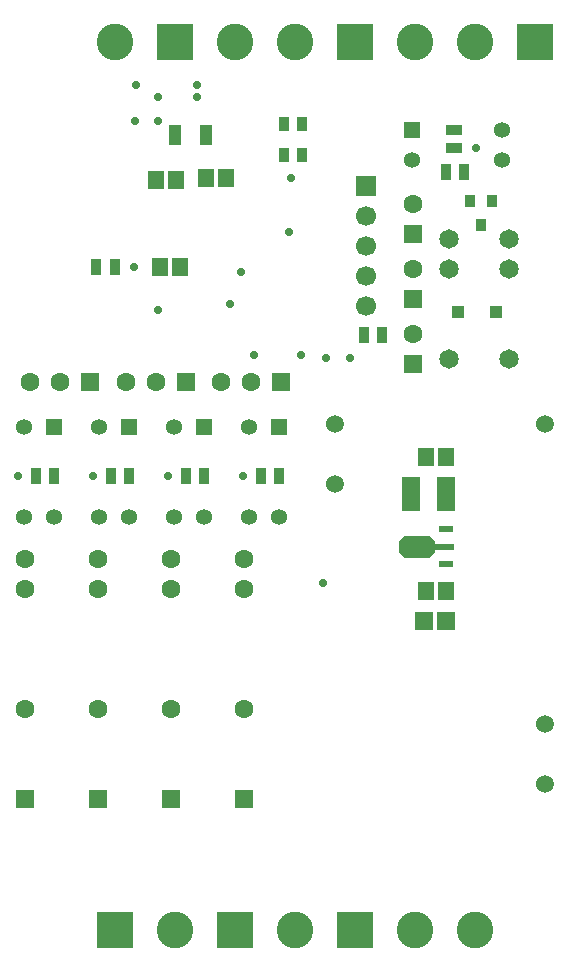
<source format=gbs>
G04*
G04 #@! TF.GenerationSoftware,Altium Limited,Altium Designer,20.1.8 (145)*
G04*
G04 Layer_Color=16711935*
%FSLAX25Y25*%
%MOIN*%
G70*
G04*
G04 #@! TF.SameCoordinates,C1F37BB6-5B76-4B97-91C3-AF8EDC61D9EA*
G04*
G04*
G04 #@! TF.FilePolarity,Negative*
G04*
G01*
G75*
%ADD13R,0.06299X0.06299*%
%ADD14C,0.06299*%
%ADD15C,0.05354*%
%ADD16R,0.05354X0.05354*%
%ADD17C,0.05994*%
%ADD18C,0.06496*%
%ADD19R,0.12205X0.12205*%
%ADD20C,0.12205*%
%ADD21R,0.06299X0.06299*%
%ADD22C,0.06331*%
%ADD23R,0.06331X0.06331*%
%ADD24R,0.05354X0.05354*%
%ADD25C,0.06693*%
%ADD26R,0.06693X0.06693*%
%ADD27C,0.02756*%
%ADD48R,0.03378X0.04969*%
%ADD59R,0.03772X0.05363*%
%ADD60R,0.03543X0.03937*%
%ADD61R,0.03937X0.04134*%
%ADD62R,0.04158X0.06922*%
%ADD63R,0.05315X0.06102*%
%ADD64R,0.05363X0.03772*%
%ADD65R,0.05906X0.06299*%
%ADD66R,0.05906X0.11417*%
G04:AMPARAMS|DCode=67|XSize=74.8mil|YSize=122.05mil|CornerRadius=0mil|HoleSize=0mil|Usage=FLASHONLY|Rotation=90.000|XOffset=0mil|YOffset=0mil|HoleType=Round|Shape=Octagon|*
%AMOCTAGOND67*
4,1,8,-0.06102,-0.01870,-0.06102,0.01870,-0.04232,0.03740,0.04232,0.03740,0.06102,0.01870,0.06102,-0.01870,0.04232,-0.03740,-0.04232,-0.03740,-0.06102,-0.01870,0.0*
%
%ADD67OCTAGOND67*%

%ADD68R,0.06693X0.02362*%
%ADD69R,0.05118X0.02362*%
D13*
X136927Y231683D02*
D03*
Y253471D02*
D03*
Y209895D02*
D03*
D14*
Y241683D02*
D03*
Y263471D02*
D03*
Y219895D02*
D03*
X83027Y204057D02*
D03*
X73027D02*
D03*
X41239D02*
D03*
X51239D02*
D03*
X19451D02*
D03*
X9451D02*
D03*
D15*
X166500Y288000D02*
D03*
X136500Y278000D02*
D03*
X166500D02*
D03*
X82339Y158875D02*
D03*
Y188875D02*
D03*
X92339Y158875D02*
D03*
X57339D02*
D03*
Y188875D02*
D03*
X67339Y158875D02*
D03*
X7339D02*
D03*
X32339D02*
D03*
Y188875D02*
D03*
X7339D02*
D03*
X42339Y158875D02*
D03*
X17339D02*
D03*
D16*
X136500Y288000D02*
D03*
D17*
X180922Y190000D02*
D03*
X110922D02*
D03*
Y170000D02*
D03*
X180922Y70000D02*
D03*
Y90000D02*
D03*
D18*
X168822Y241841D02*
D03*
X148822D02*
D03*
Y211841D02*
D03*
Y251841D02*
D03*
X168822D02*
D03*
Y211841D02*
D03*
D19*
X177500Y317500D02*
D03*
X117500D02*
D03*
X57500D02*
D03*
X117500Y21500D02*
D03*
X37500D02*
D03*
X77500D02*
D03*
D20*
X137500Y317500D02*
D03*
X157500D02*
D03*
X77500D02*
D03*
X97500D02*
D03*
X37500D02*
D03*
X157500Y21500D02*
D03*
X137500D02*
D03*
X57500D02*
D03*
X97500D02*
D03*
D21*
X93028Y204057D02*
D03*
X61239D02*
D03*
X29451D02*
D03*
D22*
X80500Y145000D02*
D03*
Y135000D02*
D03*
Y95000D02*
D03*
X56180D02*
D03*
Y135000D02*
D03*
Y145000D02*
D03*
X31860Y95000D02*
D03*
Y135000D02*
D03*
Y145000D02*
D03*
X7540D02*
D03*
Y135000D02*
D03*
Y95000D02*
D03*
D23*
X80500Y65000D02*
D03*
X56180D02*
D03*
X31860D02*
D03*
X7540D02*
D03*
D24*
X92339Y188875D02*
D03*
X67339D02*
D03*
X17339D02*
D03*
X42339D02*
D03*
D25*
X121420Y259500D02*
D03*
Y239500D02*
D03*
Y229500D02*
D03*
Y249500D02*
D03*
D26*
Y269500D02*
D03*
D27*
X106900Y137000D02*
D03*
X158000Y282000D02*
D03*
X95500Y254000D02*
D03*
X96331Y272118D02*
D03*
X52000Y291000D02*
D03*
X80200Y172700D02*
D03*
X83858Y213142D02*
D03*
X52000Y228000D02*
D03*
X79500Y240787D02*
D03*
X44296Y291083D02*
D03*
X44000Y242500D02*
D03*
X99606Y213106D02*
D03*
X5200Y172700D02*
D03*
X76000Y230000D02*
D03*
X55200Y172700D02*
D03*
X30200D02*
D03*
X65125Y303125D02*
D03*
X65000Y299000D02*
D03*
X52000D02*
D03*
X44500Y303000D02*
D03*
X108000Y212000D02*
D03*
X116000D02*
D03*
D48*
X93941Y290000D02*
D03*
X100059D02*
D03*
Y279747D02*
D03*
X93941D02*
D03*
D59*
X120638Y219697D02*
D03*
X126756D02*
D03*
X154118Y274000D02*
D03*
X148000D02*
D03*
X86221Y172700D02*
D03*
X92339D02*
D03*
X42339D02*
D03*
X36220D02*
D03*
X61221D02*
D03*
X67339D02*
D03*
X17339D02*
D03*
X11220D02*
D03*
X37500Y242500D02*
D03*
X31382D02*
D03*
D60*
X155822Y264341D02*
D03*
X159562Y256467D02*
D03*
X163303Y264341D02*
D03*
D61*
X164523Y227341D02*
D03*
X152121D02*
D03*
D62*
X67942Y286500D02*
D03*
X57500D02*
D03*
D63*
X58000Y271307D02*
D03*
X52500Y242500D02*
D03*
X141307Y134522D02*
D03*
Y179000D02*
D03*
X74693Y272000D02*
D03*
X51307Y271307D02*
D03*
X59193Y242500D02*
D03*
X148000Y134522D02*
D03*
Y179000D02*
D03*
X68000Y272000D02*
D03*
D64*
X150500Y288000D02*
D03*
Y281882D02*
D03*
D65*
X140520Y124466D02*
D03*
X148000D02*
D03*
D66*
X136189Y166839D02*
D03*
X148000D02*
D03*
D67*
X138157Y149106D02*
D03*
D68*
X147213D02*
D03*
D69*
X148000Y143200D02*
D03*
Y155011D02*
D03*
M02*

</source>
